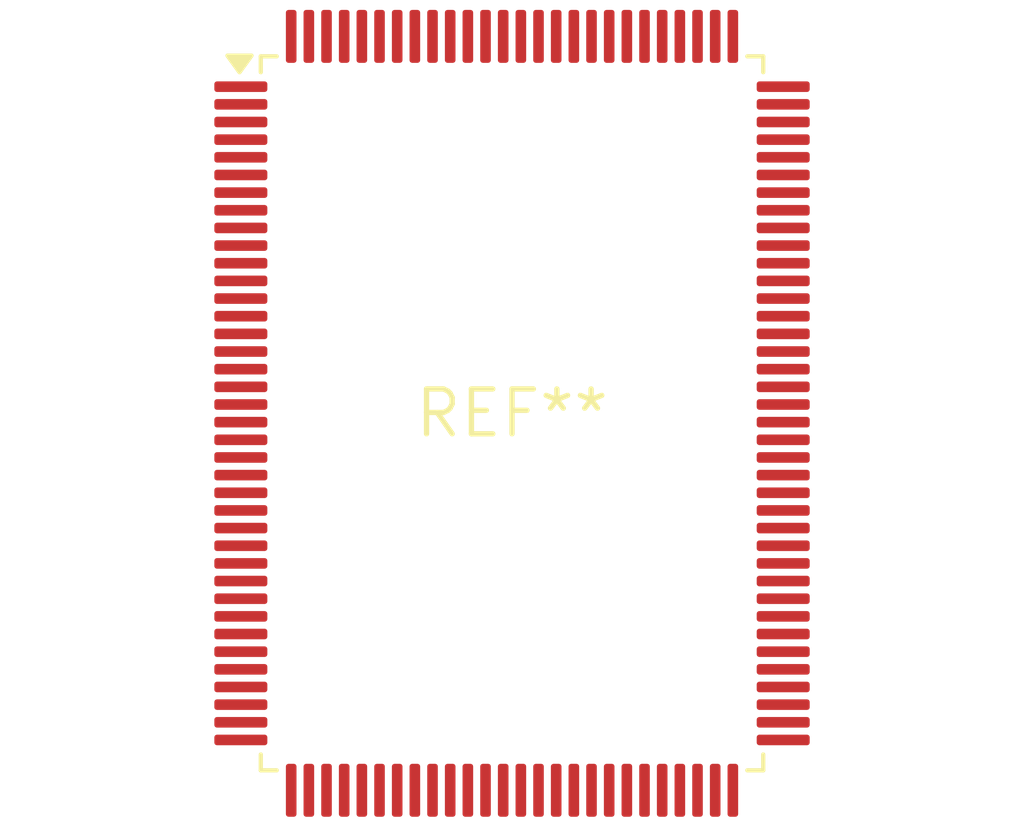
<source format=kicad_pcb>
(kicad_pcb (version 20240108) (generator pcbnew)
  (layers (0 "F.Cu" signal) (31 "B.Cu" signal) (34 "B.Paste" user) (35 "F.Paste" user) (36 "B.SilkS" user "B.Silkscreen") (37 "F.SilkS" user "F.Silkscreen") (38 "B.Mask" user) (39 "F.Mask" user) (44 "Edge.Cuts" user))
  (net 0 "")
  (footprint "LQFP-128_14x20mm_P0.5mm" (layer "F.Cu") (at 0 0)
    (property "Reference" "REF**")
    (property "Value" "LQFP-128_14x20mm_P0.5mm")
    (fp_line (start -7.11 -10.11) (end -7.11 -9.66) (layer "F.SilkS") (stroke (width 0.12)))
    (fp_line (start -7.11 10.11) (end -7.11 9.66) (layer "F.SilkS") (stroke (width 0.12)))
    (fp_line (start -6.66 -10.11) (end -7.11 -10.11) (layer "F.SilkS") (stroke (width 0.12)))
    (fp_line (start -6.66 10.11) (end -7.11 10.11) (layer "F.SilkS") (stroke (width 0.12)))
    (fp_line (start 6.66 -10.11) (end 7.11 -10.11) (layer "F.SilkS") (stroke (width 0.12)))
    (fp_line (start 6.66 10.11) (end 7.11 10.11) (layer "F.SilkS") (stroke (width 0.12)))
    (fp_line (start 7.11 -10.11) (end 7.11 -9.66) (layer "F.SilkS") (stroke (width 0.12)))
    (fp_line (start 7.11 10.11) (end 7.11 9.66) (layer "F.SilkS") (stroke (width 0.12)))
    (fp_poly (pts (xy -7.7125 -9.66) (xy -8.0525 -10.13) (xy -7.3725 -10.13) (xy -7.7125 -9.66)) (layer "F.SilkS") (stroke (width 0.12)) (fill solid))
    (pad "1" smd roundrect (at -7.675 -9.25) (size 1.5 0.3) (layers "F.Cu" "F.Paste" "F.Mask"))
    (pad "2" smd roundrect (at -7.675 -8.75) (size 1.5 0.3) (layers "F.Cu" "F.Paste" "F.Mask"))
    (pad "3" smd roundrect (at -7.675 -8.25) (size 1.5 0.3) (layers "F.Cu" "F.Paste" "F.Mask"))
    (pad "4" smd roundrect (at -7.675 -7.75) (size 1.5 0.3) (layers "F.Cu" "F.Paste" "F.Mask"))
    (pad "5" smd roundrect (at -7.675 -7.25) (size 1.5 0.3) (layers "F.Cu" "F.Paste" "F.Mask"))
    (pad "6" smd roundrect (at -7.675 -6.75) (size 1.5 0.3) (layers "F.Cu" "F.Paste" "F.Mask"))
    (pad "7" smd roundrect (at -7.675 -6.25) (size 1.5 0.3) (layers "F.Cu" "F.Paste" "F.Mask"))
    (pad "8" smd roundrect (at -7.675 -5.75) (size 1.5 0.3) (layers "F.Cu" "F.Paste" "F.Mask"))
    (pad "9" smd roundrect (at -7.675 -5.25) (size 1.5 0.3) (layers "F.Cu" "F.Paste" "F.Mask"))
    (pad "10" smd roundrect (at -7.675 -4.75) (size 1.5 0.3) (layers "F.Cu" "F.Paste" "F.Mask"))
    (pad "11" smd roundrect (at -7.675 -4.25) (size 1.5 0.3) (layers "F.Cu" "F.Paste" "F.Mask"))
    (pad "12" smd roundrect (at -7.675 -3.75) (size 1.5 0.3) (layers "F.Cu" "F.Paste" "F.Mask"))
    (pad "13" smd roundrect (at -7.675 -3.25) (size 1.5 0.3) (layers "F.Cu" "F.Paste" "F.Mask"))
    (pad "14" smd roundrect (at -7.675 -2.75) (size 1.5 0.3) (layers "F.Cu" "F.Paste" "F.Mask"))
    (pad "15" smd roundrect (at -7.675 -2.25) (size 1.5 0.3) (layers "F.Cu" "F.Paste" "F.Mask"))
    (pad "16" smd roundrect (at -7.675 -1.75) (size 1.5 0.3) (layers "F.Cu" "F.Paste" "F.Mask"))
    (pad "17" smd roundrect (at -7.675 -1.25) (size 1.5 0.3) (layers "F.Cu" "F.Paste" "F.Mask"))
    (pad "18" smd roundrect (at -7.675 -0.75) (size 1.5 0.3) (layers "F.Cu" "F.Paste" "F.Mask"))
    (pad "19" smd roundrect (at -7.675 -0.25) (size 1.5 0.3) (layers "F.Cu" "F.Paste" "F.Mask"))
    (pad "20" smd roundrect (at -7.675 0.25) (size 1.5 0.3) (layers "F.Cu" "F.Paste" "F.Mask"))
    (pad "21" smd roundrect (at -7.675 0.75) (size 1.5 0.3) (layers "F.Cu" "F.Paste" "F.Mask"))
    (pad "22" smd roundrect (at -7.675 1.25) (size 1.5 0.3) (layers "F.Cu" "F.Paste" "F.Mask"))
    (pad "23" smd roundrect (at -7.675 1.75) (size 1.5 0.3) (layers "F.Cu" "F.Paste" "F.Mask"))
    (pad "24" smd roundrect (at -7.675 2.25) (size 1.5 0.3) (layers "F.Cu" "F.Paste" "F.Mask"))
    (pad "25" smd roundrect (at -7.675 2.75) (size 1.5 0.3) (layers "F.Cu" "F.Paste" "F.Mask"))
    (pad "26" smd roundrect (at -7.675 3.25) (size 1.5 0.3) (layers "F.Cu" "F.Paste" "F.Mask"))
    (pad "27" smd roundrect (at -7.675 3.75) (size 1.5 0.3) (layers "F.Cu" "F.Paste" "F.Mask"))
    (pad "28" smd roundrect (at -7.675 4.25) (size 1.5 0.3) (layers "F.Cu" "F.Paste" "F.Mask"))
    (pad "29" smd roundrect (at -7.675 4.75) (size 1.5 0.3) (layers "F.Cu" "F.Paste" "F.Mask"))
    (pad "30" smd roundrect (at -7.675 5.25) (size 1.5 0.3) (layers "F.Cu" "F.Paste" "F.Mask"))
    (pad "31" smd roundrect (at -7.675 5.75) (size 1.5 0.3) (layers "F.Cu" "F.Paste" "F.Mask"))
    (pad "32" smd roundrect (at -7.675 6.25) (size 1.5 0.3) (layers "F.Cu" "F.Paste" "F.Mask"))
    (pad "33" smd roundrect (at -7.675 6.75) (size 1.5 0.3) (layers "F.Cu" "F.Paste" "F.Mask"))
    (pad "34" smd roundrect (at -7.675 7.25) (size 1.5 0.3) (layers "F.Cu" "F.Paste" "F.Mask"))
    (pad "35" smd roundrect (at -7.675 7.75) (size 1.5 0.3) (layers "F.Cu" "F.Paste" "F.Mask"))
    (pad "36" smd roundrect (at -7.675 8.25) (size 1.5 0.3) (layers "F.Cu" "F.Paste" "F.Mask"))
    (pad "37" smd roundrect (at -7.675 8.75) (size 1.5 0.3) (layers "F.Cu" "F.Paste" "F.Mask"))
    (pad "38" smd roundrect (at -7.675 9.25) (size 1.5 0.3) (layers "F.Cu" "F.Paste" "F.Mask"))
    (pad "39" smd roundrect (at -6.25 10.675) (size 0.3 1.5) (layers "F.Cu" "F.Paste" "F.Mask"))
    (pad "40" smd roundrect (at -5.75 10.675) (size 0.3 1.5) (layers "F.Cu" "F.Paste" "F.Mask"))
    (pad "41" smd roundrect (at -5.25 10.675) (size 0.3 1.5) (layers "F.Cu" "F.Paste" "F.Mask"))
    (pad "42" smd roundrect (at -4.75 10.675) (size 0.3 1.5) (layers "F.Cu" "F.Paste" "F.Mask"))
    (pad "43" smd roundrect (at -4.25 10.675) (size 0.3 1.5) (layers "F.Cu" "F.Paste" "F.Mask"))
    (pad "44" smd roundrect (at -3.75 10.675) (size 0.3 1.5) (layers "F.Cu" "F.Paste" "F.Mask"))
    (pad "45" smd roundrect (at -3.25 10.675) (size 0.3 1.5) (layers "F.Cu" "F.Paste" "F.Mask"))
    (pad "46" smd roundrect (at -2.75 10.675) (size 0.3 1.5) (layers "F.Cu" "F.Paste" "F.Mask"))
    (pad "47" smd roundrect (at -2.25 10.675) (size 0.3 1.5) (layers "F.Cu" "F.Paste" "F.Mask"))
    (pad "48" smd roundrect (at -1.75 10.675) (size 0.3 1.5) (layers "F.Cu" "F.Paste" "F.Mask"))
    (pad "49" smd roundrect (at -1.25 10.675) (size 0.3 1.5) (layers "F.Cu" "F.Paste" "F.Mask"))
    (pad "50" smd roundrect (at -0.75 10.675) (size 0.3 1.5) (layers "F.Cu" "F.Paste" "F.Mask"))
    (pad "51" smd roundrect (at -0.25 10.675) (size 0.3 1.5) (layers "F.Cu" "F.Paste" "F.Mask"))
    (pad "52" smd roundrect (at 0.25 10.675) (size 0.3 1.5) (layers "F.Cu" "F.Paste" "F.Mask"))
    (pad "53" smd roundrect (at 0.75 10.675) (size 0.3 1.5) (layers "F.Cu" "F.Paste" "F.Mask"))
    (pad "54" smd roundrect (at 1.25 10.675) (size 0.3 1.5) (layers "F.Cu" "F.Paste" "F.Mask"))
    (pad "55" smd roundrect (at 1.75 10.675) (size 0.3 1.5) (layers "F.Cu" "F.Paste" "F.Mask"))
    (pad "56" smd roundrect (at 2.25 10.675) (size 0.3 1.5) (layers "F.Cu" "F.Paste" "F.Mask"))
    (pad "57" smd roundrect (at 2.75 10.675) (size 0.3 1.5) (layers "F.Cu" "F.Paste" "F.Mask"))
    (pad "58" smd roundrect (at 3.25 10.675) (size 0.3 1.5) (layers "F.Cu" "F.Paste" "F.Mask"))
    (pad "59" smd roundrect (at 3.75 10.675) (size 0.3 1.5) (layers "F.Cu" "F.Paste" "F.Mask"))
    (pad "60" smd roundrect (at 4.25 10.675) (size 0.3 1.5) (layers "F.Cu" "F.Paste" "F.Mask"))
    (pad "61" smd roundrect (at 4.75 10.675) (size 0.3 1.5) (layers "F.Cu" "F.Paste" "F.Mask"))
    (pad "62" smd roundrect (at 5.25 10.675) (size 0.3 1.5) (layers "F.Cu" "F.Paste" "F.Mask"))
    (pad "63" smd roundrect (at 5.75 10.675) (size 0.3 1.5) (layers "F.Cu" "F.Paste" "F.Mask"))
    (pad "64" smd roundrect (at 6.25 10.675) (size 0.3 1.5) (layers "F.Cu" "F.Paste" "F.Mask"))
    (pad "65" smd roundrect (at 7.675 9.25) (size 1.5 0.3) (layers "F.Cu" "F.Paste" "F.Mask"))
    (pad "66" smd roundrect (at 7.675 8.75) (size 1.5 0.3) (layers "F.Cu" "F.Paste" "F.Mask"))
    (pad "67" smd roundrect (at 7.675 8.25) (size 1.5 0.3) (layers "F.Cu" "F.Paste" "F.Mask"))
    (pad "68" smd roundrect (at 7.675 7.75) (size 1.5 0.3) (layers "F.Cu" "F.Paste" "F.Mask"))
    (pad "69" smd roundrect (at 7.675 7.25) (size 1.5 0.3) (layers "F.Cu" "F.Paste" "F.Mask"))
    (pad "70" smd roundrect (at 7.675 6.75) (size 1.5 0.3) (layers "F.Cu" "F.Paste" "F.Mask"))
    (pad "71" smd roundrect (at 7.675 6.25) (size 1.5 0.3) (layers "F.Cu" "F.Paste" "F.Mask"))
    (pad "72" smd roundrect (at 7.675 5.75) (size 1.5 0.3) (layers "F.Cu" "F.Paste" "F.Mask"))
    (pad "73" smd roundrect (at 7.675 5.25) (size 1.5 0.3) (layers "F.Cu" "F.Paste" "F.Mask"))
    (pad "74" smd roundrect (at 7.675 4.75) (size 1.5 0.3) (layers "F.Cu" "F.Paste" "F.Mask"))
    (pad "75" smd roundrect (at 7.675 4.25) (size 1.5 0.3) (layers "F.Cu" "F.Paste" "F.Mask"))
    (pad "76" smd roundrect (at 7.675 3.75) (size 1.5 0.3) (layers "F.Cu" "F.Paste" "F.Mask"))
    (pad "77" smd roundrect (at 7.675 3.25) (size 1.5 0.3) (layers "F.Cu" "F.Paste" "F.Mask"))
    (pad "78" smd roundrect (at 7.675 2.75) (size 1.5 0.3) (layers "F.Cu" "F.Paste" "F.Mask"))
    (pad "79" smd roundrect (at 7.675 2.25) (size 1.5 0.3) (layers "F.Cu" "F.Paste" "F.Mask"))
    (pad "80" smd roundrect (at 7.675 1.75) (size 1.5 0.3) (layers "F.Cu" "F.Paste" "F.Mask"))
    (pad "81" smd roundrect (at 7.675 1.25) (size 1.5 0.3) (layers "F.Cu" "F.Paste" "F.Mask"))
    (pad "82" smd roundrect (at 7.675 0.75) (size 1.5 0.3) (layers "F.Cu" "F.Paste" "F.Mask"))
    (pad "83" smd roundrect (at 7.675 0.25) (size 1.5 0.3) (layers "F.Cu" "F.Paste" "F.Mask"))
    (pad "84" smd roundrect (at 7.675 -0.25) (size 1.5 0.3) (layers "F.Cu" "F.Paste" "F.Mask"))
    (pad "85" smd roundrect (at 7.675 -0.75) (size 1.5 0.3) (layers "F.Cu" "F.Paste" "F.Mask"))
    (pad "86" smd roundrect (at 7.675 -1.25) (size 1.5 0.3) (layers "F.Cu" "F.Paste" "F.Mask"))
    (pad "87" smd roundrect (at 7.675 -1.75) (size 1.5 0.3) (layers "F.Cu" "F.Paste" "F.Mask"))
    (pad "88" smd roundrect (at 7.675 -2.25) (size 1.5 0.3) (layers "F.Cu" "F.Paste" "F.Mask"))
    (pad "89" smd roundrect (at 7.675 -2.75) (size 1.5 0.3) (layers "F.Cu" "F.Paste" "F.Mask"))
    (pad "90" smd roundrect (at 7.675 -3.25) (size 1.5 0.3) (layers "F.Cu" "F.Paste" "F.Mask"))
    (pad "91" smd roundrect (at 7.675 -3.75) (size 1.5 0.3) (layers "F.Cu" "F.Paste" "F.Mask"))
    (pad "92" smd roundrect (at 7.675 -4.25) (size 1.5 0.3) (layers "F.Cu" "F.Paste" "F.Mask"))
    (pad "93" smd roundrect (at 7.675 -4.75) (size 1.5 0.3) (layers "F.Cu" "F.Paste" "F.Mask"))
    (pad "94" smd roundrect (at 7.675 -5.25) (size 1.5 0.3) (layers "F.Cu" "F.Paste" "F.Mask"))
    (pad "95" smd roundrect (at 7.675 -5.75) (size 1.5 0.3) (layers "F.Cu" "F.Paste" "F.Mask"))
    (pad "96" smd roundrect (at 7.675 -6.25) (size 1.5 0.3) (layers "F.Cu" "F.Paste" "F.Mask"))
    (pad "97" smd roundrect (at 7.675 -6.75) (size 1.5 0.3) (layers "F.Cu" "F.Paste" "F.Mask"))
    (pad "98" smd roundrect (at 7.675 -7.25) (size 1.5 0.3) (layers "F.Cu" "F.Paste" "F.Mask"))
    (pad "99" smd roundrect (at 7.675 -7.75) (size 1.5 0.3) (layers "F.Cu" "F.Paste" "F.Mask"))
    (pad "100" smd roundrect (at 7.675 -8.25) (size 1.5 0.3) (layers "F.Cu" "F.Paste" "F.Mask"))
    (pad "101" smd roundrect (at 7.675 -8.75) (size 1.5 0.3) (layers "F.Cu" "F.Paste" "F.Mask"))
    (pad "102" smd roundrect (at 7.675 -9.25) (size 1.5 0.3) (layers "F.Cu" "F.Paste" "F.Mask"))
    (pad "103" smd roundrect (at 6.25 -10.675) (size 0.3 1.5) (layers "F.Cu" "F.Paste" "F.Mask"))
    (pad "104" smd roundrect (at 5.75 -10.675) (size 0.3 1.5) (layers "F.Cu" "F.Paste" "F.Mask"))
    (pad "105" smd roundrect (at 5.25 -10.675) (size 0.3 1.5) (layers "F.Cu" "F.Paste" "F.Mask"))
    (pad "106" smd roundrect (at 4.75 -10.675) (size 0.3 1.5) (layers "F.Cu" "F.Paste" "F.Mask"))
    (pad "107" smd roundrect (at 4.25 -10.675) (size 0.3 1.5) (layers "F.Cu" "F.Paste" "F.Mask"))
    (pad "108" smd roundrect (at 3.75 -10.675) (size 0.3 1.5) (layers "F.Cu" "F.Paste" "F.Mask"))
    (pad "109" smd roundrect (at 3.25 -10.675) (size 0.3 1.5) (layers "F.Cu" "F.Paste" "F.Mask"))
    (pad "110" smd roundrect (at 2.75 -10.675) (size 0.3 1.5) (layers "F.Cu" "F.Paste" "F.Mask"))
    (pad "111" smd roundrect (at 2.25 -10.675) (size 0.3 1.5) (layers "F.Cu" "F.Paste" "F.Mask"))
    (pad "112" smd roundrect (at 1.75 -10.675) (size 0.3 1.5) (layers "F.Cu" "F.Paste" "F.Mask"))
    (pad "113" smd roundrect (at 1.25 -10.675) (size 0.3 1.5) (layers "F.Cu" "F.Paste" "F.Mask"))
    (pad "114" smd roundrect (at 0.75 -10.675) (size 0.3 1.5) (layers "F.Cu" "F.Paste" "F.Mask"))
    (pad "115" smd roundrect (at 0.25 -10.675) (size 0.3 1.5) (layers "F.Cu" "F.Paste" "F.Mask"))
    (pad "116" smd roundrect (at -0.25 -10.675) (size 0.3 1.5) (layers "F.Cu" "F.Paste" "F.Mask"))
    (pad "117" smd roundrect (at -0.75 -10.675) (size 0.3 1.5) (layers "F.Cu" "F.Paste" "F.Mask"))
    (pad "118" smd roundrect (at -1.25 -10.675) (size 0.3 1.5) (layers "F.Cu" "F.Paste" "F.Mask"))
    (pad "119" smd roundrect (at -1.75 -10.675) (size 0.3 1.5) (layers "F.Cu" "F.Paste" "F.Mask"))
    (pad "120" smd roundrect (at -2.25 -10.675) (size 0.3 1.5) (layers "F.Cu" "F.Paste" "F.Mask"))
    (pad "121" smd roundrect (at -2.75 -10.675) (size 0.3 1.5) (layers "F.Cu" "F.Paste" "F.Mask"))
    (pad "122" smd roundrect (at -3.25 -10.675) (size 0.3 1.5) (layers "F.Cu" "F.Paste" "F.Mask"))
    (pad "123" smd roundrect (at -3.75 -10.675) (size 0.3 1.5) (layers "F.Cu" "F.Paste" "F.Mask"))
    (pad "124" smd roundrect (at -4.25 -10.675) (size 0.3 1.5) (layers "F.Cu" "F.Paste" "F.Mask"))
    (pad "125" smd roundrect (at -4.75 -10.675) (size 0.3 1.5) (layers "F.Cu" "F.Paste" "F.Mask"))
    (pad "126" smd roundrect (at -5.25 -10.675) (size 0.3 1.5) (layers "F.Cu" "F.Paste" "F.Mask"))
    (pad "127" smd roundrect (at -5.75 -10.675) (size 0.3 1.5) (layers "F.Cu" "F.Paste" "F.Mask"))
    (pad "128" smd roundrect (at -6.25 -10.675) (size 0.3 1.5) (layers "F.Cu" "F.Paste" "F.Mask"))
  )
)
</source>
